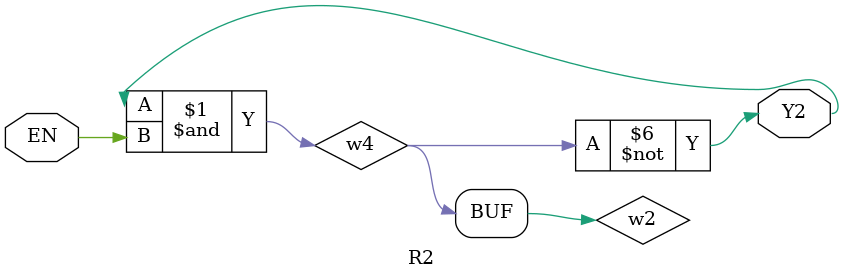
<source format=v>
`timescale 1ns / 1ps
module R2(EN,Y2
    );
input EN;
output Y2;
wire w1,w2,w3,w4,w5;
	nand #2(w1,Y2,EN);
	not #2(w2,w1);
	not #2(w3,w2);
	not #2(w4,w3);
	not #2(Y2,w4);

endmodule

</source>
